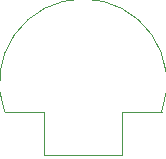
<source format=gbr>
G04 #@! TF.GenerationSoftware,KiCad,Pcbnew,(5.0.1)-3*
G04 #@! TF.CreationDate,2018-11-02T11:31:53-07:00*
G04 #@! TF.ProjectId,SMOL,534D4F4C2E6B696361645F7063620000,rev?*
G04 #@! TF.SameCoordinates,Original*
G04 #@! TF.FileFunction,Profile,NP*
%FSLAX46Y46*%
G04 Gerber Fmt 4.6, Leading zero omitted, Abs format (unit mm)*
G04 Created by KiCad (PCBNEW (5.0.1)-3) date 11/2/2018 11:31:53 AM*
%MOMM*%
%LPD*%
G01*
G04 APERTURE LIST*
%ADD10C,0.101600*%
G04 APERTURE END LIST*
D10*
X98298000Y-107696000D02*
X104902000Y-107696000D01*
X98298000Y-104050000D02*
X98298000Y-107696000D01*
X104902000Y-104050000D02*
X104902000Y-107696000D01*
X104902000Y-104050000D02*
X108250000Y-104050000D01*
X94950000Y-104050000D02*
X98298000Y-104050000D01*
X108247848Y-104055835D02*
G75*
G03X94950000Y-104050000I-6647848J2455835D01*
G01*
M02*

</source>
